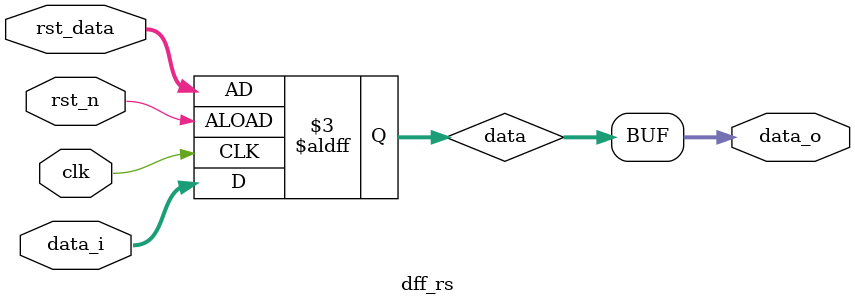
<source format=v>
`timescale 1ns / 1ps

// 带复位信号的标准DFF
module dff_rs #(
    parameter WIDTH = 32
) (
    input  wire             clk,
    input  wire             rst_n,
    input  wire [WIDTH-1:0] rst_data,
    input  wire [WIDTH-1:0] data_i,
    output wire [WIDTH-1:0] data_o
);

    reg  [WIDTH-1:0] data;

    always @(posedge clk or negedge rst_n) begin
        if (rst_n == 1'b0) begin 
            data <= rst_data;
        end else begin
            data <= data_i;
        end
    end

    assign data_o = data;

endmodule

//

</source>
